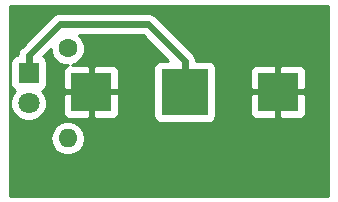
<source format=gbr>
G04 #@! TF.GenerationSoftware,KiCad,Pcbnew,(5.0.0)*
G04 #@! TF.CreationDate,2018-08-09T23:53:02+02:00*
G04 #@! TF.ProjectId,Initial,496E697469616C2E6B696361645F7063,rev?*
G04 #@! TF.SameCoordinates,Original*
G04 #@! TF.FileFunction,Copper,L2,Bot,Signal*
G04 #@! TF.FilePolarity,Positive*
%FSLAX46Y46*%
G04 Gerber Fmt 4.6, Leading zero omitted, Abs format (unit mm)*
G04 Created by KiCad (PCBNEW (5.0.0)) date 08/09/18 23:53:02*
%MOMM*%
%LPD*%
G01*
G04 APERTURE LIST*
G04 #@! TA.AperFunction,SMDPad,CuDef*
%ADD10R,3.500000X3.300000*%
G04 #@! TD*
G04 #@! TA.AperFunction,SMDPad,CuDef*
%ADD11R,4.000000X4.000000*%
G04 #@! TD*
G04 #@! TA.AperFunction,ComponentPad*
%ADD12C,1.800000*%
G04 #@! TD*
G04 #@! TA.AperFunction,ComponentPad*
%ADD13R,1.800000X1.800000*%
G04 #@! TD*
G04 #@! TA.AperFunction,ComponentPad*
%ADD14O,1.600000X1.600000*%
G04 #@! TD*
G04 #@! TA.AperFunction,ComponentPad*
%ADD15C,1.600000*%
G04 #@! TD*
G04 #@! TA.AperFunction,ViaPad*
%ADD16C,0.685800*%
G04 #@! TD*
G04 #@! TA.AperFunction,Conductor*
%ADD17C,0.609600*%
G04 #@! TD*
G04 #@! TA.AperFunction,Conductor*
%ADD18C,0.254000*%
G04 #@! TD*
G04 APERTURE END LIST*
D10*
G04 #@! TO.P,BT1,1*
G04 #@! TO.N,Net-(BT1-Pad1)*
X123989500Y-42545000D03*
X139789500Y-42545000D03*
D11*
G04 #@! TO.P,BT1,2*
G04 #@! TO.N,Net-(BT1-Pad2)*
X131889500Y-42545000D03*
G04 #@! TD*
D12*
G04 #@! TO.P,D1,2*
G04 #@! TO.N,Net-(D1-Pad2)*
X118681500Y-43497500D03*
D13*
G04 #@! TO.P,D1,1*
G04 #@! TO.N,Net-(BT1-Pad2)*
X118681500Y-40957500D03*
G04 #@! TD*
D14*
G04 #@! TO.P,R1,2*
G04 #@! TO.N,Net-(D1-Pad2)*
X121983500Y-46482000D03*
D15*
G04 #@! TO.P,R1,1*
G04 #@! TO.N,Net-(R1-Pad1)*
X121983500Y-38862000D03*
G04 #@! TD*
D16*
G04 #@! TO.N,Net-(BT1-Pad1)*
X138176000Y-39116000D03*
X125984000Y-39116000D03*
G04 #@! TD*
D17*
G04 #@! TO.N,Net-(BT1-Pad2)*
X131889500Y-39935400D02*
X128784100Y-36830000D01*
X131889500Y-42545000D02*
X131889500Y-39935400D01*
X118681500Y-39447900D02*
X118681500Y-40957500D01*
X121299400Y-36830000D02*
X118681500Y-39447900D01*
X128784100Y-36830000D02*
X121299400Y-36830000D01*
G04 #@! TD*
D18*
G04 #@! TO.N,Net-(BT1-Pad1)*
G36*
X144045001Y-51335000D02*
X117067000Y-51335000D01*
X117067000Y-46482000D01*
X120520387Y-46482000D01*
X120631760Y-47041909D01*
X120948923Y-47516577D01*
X121423591Y-47833740D01*
X121842167Y-47917000D01*
X122124833Y-47917000D01*
X122543409Y-47833740D01*
X123018077Y-47516577D01*
X123335240Y-47041909D01*
X123446613Y-46482000D01*
X123335240Y-45922091D01*
X123018077Y-45447423D01*
X122543409Y-45130260D01*
X122124833Y-45047000D01*
X121842167Y-45047000D01*
X121423591Y-45130260D01*
X120948923Y-45447423D01*
X120631760Y-45922091D01*
X120520387Y-46482000D01*
X117067000Y-46482000D01*
X117067000Y-40057500D01*
X117134060Y-40057500D01*
X117134060Y-41857500D01*
X117183343Y-42105265D01*
X117323691Y-42315309D01*
X117533735Y-42455657D01*
X117549408Y-42458775D01*
X117380190Y-42627993D01*
X117146500Y-43192170D01*
X117146500Y-43802830D01*
X117380190Y-44367007D01*
X117811993Y-44798810D01*
X118376170Y-45032500D01*
X118986830Y-45032500D01*
X119551007Y-44798810D01*
X119982810Y-44367007D01*
X120216500Y-43802830D01*
X120216500Y-43192170D01*
X120066795Y-42830750D01*
X121604500Y-42830750D01*
X121604500Y-44321310D01*
X121701173Y-44554699D01*
X121879802Y-44733327D01*
X122113191Y-44830000D01*
X123703750Y-44830000D01*
X123862500Y-44671250D01*
X123862500Y-42672000D01*
X124116500Y-42672000D01*
X124116500Y-44671250D01*
X124275250Y-44830000D01*
X125865809Y-44830000D01*
X126099198Y-44733327D01*
X126277827Y-44554699D01*
X126374500Y-44321310D01*
X126374500Y-42830750D01*
X126215750Y-42672000D01*
X124116500Y-42672000D01*
X123862500Y-42672000D01*
X121763250Y-42672000D01*
X121604500Y-42830750D01*
X120066795Y-42830750D01*
X119982810Y-42627993D01*
X119813592Y-42458775D01*
X119829265Y-42455657D01*
X120039309Y-42315309D01*
X120179657Y-42105265D01*
X120228940Y-41857500D01*
X120228940Y-40057500D01*
X120179657Y-39809735D01*
X120039309Y-39599691D01*
X119931094Y-39527383D01*
X120548500Y-38909977D01*
X120548500Y-39147439D01*
X120766966Y-39674862D01*
X121170638Y-40078534D01*
X121698061Y-40297000D01*
X122023865Y-40297000D01*
X121879802Y-40356673D01*
X121701173Y-40535301D01*
X121604500Y-40768690D01*
X121604500Y-42259250D01*
X121763250Y-42418000D01*
X123862500Y-42418000D01*
X123862500Y-40418750D01*
X124116500Y-40418750D01*
X124116500Y-42418000D01*
X126215750Y-42418000D01*
X126374500Y-42259250D01*
X126374500Y-40768690D01*
X126277827Y-40535301D01*
X126099198Y-40356673D01*
X125865809Y-40260000D01*
X124275250Y-40260000D01*
X124116500Y-40418750D01*
X123862500Y-40418750D01*
X123703750Y-40260000D01*
X122358265Y-40260000D01*
X122796362Y-40078534D01*
X123200034Y-39674862D01*
X123418500Y-39147439D01*
X123418500Y-38576561D01*
X123200034Y-38049138D01*
X122920696Y-37769800D01*
X128394823Y-37769800D01*
X130522582Y-39897560D01*
X129889500Y-39897560D01*
X129641735Y-39946843D01*
X129431691Y-40087191D01*
X129291343Y-40297235D01*
X129242060Y-40545000D01*
X129242060Y-44545000D01*
X129291343Y-44792765D01*
X129431691Y-45002809D01*
X129641735Y-45143157D01*
X129889500Y-45192440D01*
X133889500Y-45192440D01*
X134137265Y-45143157D01*
X134347309Y-45002809D01*
X134487657Y-44792765D01*
X134536940Y-44545000D01*
X134536940Y-42830750D01*
X137404500Y-42830750D01*
X137404500Y-44321310D01*
X137501173Y-44554699D01*
X137679802Y-44733327D01*
X137913191Y-44830000D01*
X139503750Y-44830000D01*
X139662500Y-44671250D01*
X139662500Y-42672000D01*
X139916500Y-42672000D01*
X139916500Y-44671250D01*
X140075250Y-44830000D01*
X141665809Y-44830000D01*
X141899198Y-44733327D01*
X142077827Y-44554699D01*
X142174500Y-44321310D01*
X142174500Y-42830750D01*
X142015750Y-42672000D01*
X139916500Y-42672000D01*
X139662500Y-42672000D01*
X137563250Y-42672000D01*
X137404500Y-42830750D01*
X134536940Y-42830750D01*
X134536940Y-40768690D01*
X137404500Y-40768690D01*
X137404500Y-42259250D01*
X137563250Y-42418000D01*
X139662500Y-42418000D01*
X139662500Y-40418750D01*
X139916500Y-40418750D01*
X139916500Y-42418000D01*
X142015750Y-42418000D01*
X142174500Y-42259250D01*
X142174500Y-40768690D01*
X142077827Y-40535301D01*
X141899198Y-40356673D01*
X141665809Y-40260000D01*
X140075250Y-40260000D01*
X139916500Y-40418750D01*
X139662500Y-40418750D01*
X139503750Y-40260000D01*
X137913191Y-40260000D01*
X137679802Y-40356673D01*
X137501173Y-40535301D01*
X137404500Y-40768690D01*
X134536940Y-40768690D01*
X134536940Y-40545000D01*
X134487657Y-40297235D01*
X134347309Y-40087191D01*
X134137265Y-39946843D01*
X133889500Y-39897560D01*
X132840183Y-39897560D01*
X132829300Y-39842846D01*
X132829300Y-39842841D01*
X132774772Y-39568709D01*
X132668766Y-39410060D01*
X132619488Y-39336310D01*
X132619486Y-39336308D01*
X132567057Y-39257843D01*
X132488592Y-39205414D01*
X129514088Y-36230911D01*
X129461657Y-36152443D01*
X129150791Y-35944728D01*
X128876659Y-35890200D01*
X128876654Y-35890200D01*
X128784100Y-35871790D01*
X128691546Y-35890200D01*
X121391954Y-35890200D01*
X121299400Y-35871790D01*
X121206846Y-35890200D01*
X121206841Y-35890200D01*
X120932709Y-35944728D01*
X120932707Y-35944729D01*
X120932708Y-35944729D01*
X120700310Y-36100012D01*
X120700308Y-36100014D01*
X120621843Y-36152443D01*
X120569414Y-36230908D01*
X118082411Y-38717912D01*
X118003943Y-38770343D01*
X117951513Y-38848810D01*
X117951512Y-38848811D01*
X117865733Y-38977189D01*
X117796228Y-39081210D01*
X117741700Y-39355342D01*
X117741700Y-39355346D01*
X117728729Y-39420557D01*
X117533735Y-39459343D01*
X117323691Y-39599691D01*
X117183343Y-39809735D01*
X117134060Y-40057500D01*
X117067000Y-40057500D01*
X117067000Y-35279000D01*
X144045000Y-35279000D01*
X144045001Y-51335000D01*
X144045001Y-51335000D01*
G37*
X144045001Y-51335000D02*
X117067000Y-51335000D01*
X117067000Y-46482000D01*
X120520387Y-46482000D01*
X120631760Y-47041909D01*
X120948923Y-47516577D01*
X121423591Y-47833740D01*
X121842167Y-47917000D01*
X122124833Y-47917000D01*
X122543409Y-47833740D01*
X123018077Y-47516577D01*
X123335240Y-47041909D01*
X123446613Y-46482000D01*
X123335240Y-45922091D01*
X123018077Y-45447423D01*
X122543409Y-45130260D01*
X122124833Y-45047000D01*
X121842167Y-45047000D01*
X121423591Y-45130260D01*
X120948923Y-45447423D01*
X120631760Y-45922091D01*
X120520387Y-46482000D01*
X117067000Y-46482000D01*
X117067000Y-40057500D01*
X117134060Y-40057500D01*
X117134060Y-41857500D01*
X117183343Y-42105265D01*
X117323691Y-42315309D01*
X117533735Y-42455657D01*
X117549408Y-42458775D01*
X117380190Y-42627993D01*
X117146500Y-43192170D01*
X117146500Y-43802830D01*
X117380190Y-44367007D01*
X117811993Y-44798810D01*
X118376170Y-45032500D01*
X118986830Y-45032500D01*
X119551007Y-44798810D01*
X119982810Y-44367007D01*
X120216500Y-43802830D01*
X120216500Y-43192170D01*
X120066795Y-42830750D01*
X121604500Y-42830750D01*
X121604500Y-44321310D01*
X121701173Y-44554699D01*
X121879802Y-44733327D01*
X122113191Y-44830000D01*
X123703750Y-44830000D01*
X123862500Y-44671250D01*
X123862500Y-42672000D01*
X124116500Y-42672000D01*
X124116500Y-44671250D01*
X124275250Y-44830000D01*
X125865809Y-44830000D01*
X126099198Y-44733327D01*
X126277827Y-44554699D01*
X126374500Y-44321310D01*
X126374500Y-42830750D01*
X126215750Y-42672000D01*
X124116500Y-42672000D01*
X123862500Y-42672000D01*
X121763250Y-42672000D01*
X121604500Y-42830750D01*
X120066795Y-42830750D01*
X119982810Y-42627993D01*
X119813592Y-42458775D01*
X119829265Y-42455657D01*
X120039309Y-42315309D01*
X120179657Y-42105265D01*
X120228940Y-41857500D01*
X120228940Y-40057500D01*
X120179657Y-39809735D01*
X120039309Y-39599691D01*
X119931094Y-39527383D01*
X120548500Y-38909977D01*
X120548500Y-39147439D01*
X120766966Y-39674862D01*
X121170638Y-40078534D01*
X121698061Y-40297000D01*
X122023865Y-40297000D01*
X121879802Y-40356673D01*
X121701173Y-40535301D01*
X121604500Y-40768690D01*
X121604500Y-42259250D01*
X121763250Y-42418000D01*
X123862500Y-42418000D01*
X123862500Y-40418750D01*
X124116500Y-40418750D01*
X124116500Y-42418000D01*
X126215750Y-42418000D01*
X126374500Y-42259250D01*
X126374500Y-40768690D01*
X126277827Y-40535301D01*
X126099198Y-40356673D01*
X125865809Y-40260000D01*
X124275250Y-40260000D01*
X124116500Y-40418750D01*
X123862500Y-40418750D01*
X123703750Y-40260000D01*
X122358265Y-40260000D01*
X122796362Y-40078534D01*
X123200034Y-39674862D01*
X123418500Y-39147439D01*
X123418500Y-38576561D01*
X123200034Y-38049138D01*
X122920696Y-37769800D01*
X128394823Y-37769800D01*
X130522582Y-39897560D01*
X129889500Y-39897560D01*
X129641735Y-39946843D01*
X129431691Y-40087191D01*
X129291343Y-40297235D01*
X129242060Y-40545000D01*
X129242060Y-44545000D01*
X129291343Y-44792765D01*
X129431691Y-45002809D01*
X129641735Y-45143157D01*
X129889500Y-45192440D01*
X133889500Y-45192440D01*
X134137265Y-45143157D01*
X134347309Y-45002809D01*
X134487657Y-44792765D01*
X134536940Y-44545000D01*
X134536940Y-42830750D01*
X137404500Y-42830750D01*
X137404500Y-44321310D01*
X137501173Y-44554699D01*
X137679802Y-44733327D01*
X137913191Y-44830000D01*
X139503750Y-44830000D01*
X139662500Y-44671250D01*
X139662500Y-42672000D01*
X139916500Y-42672000D01*
X139916500Y-44671250D01*
X140075250Y-44830000D01*
X141665809Y-44830000D01*
X141899198Y-44733327D01*
X142077827Y-44554699D01*
X142174500Y-44321310D01*
X142174500Y-42830750D01*
X142015750Y-42672000D01*
X139916500Y-42672000D01*
X139662500Y-42672000D01*
X137563250Y-42672000D01*
X137404500Y-42830750D01*
X134536940Y-42830750D01*
X134536940Y-40768690D01*
X137404500Y-40768690D01*
X137404500Y-42259250D01*
X137563250Y-42418000D01*
X139662500Y-42418000D01*
X139662500Y-40418750D01*
X139916500Y-40418750D01*
X139916500Y-42418000D01*
X142015750Y-42418000D01*
X142174500Y-42259250D01*
X142174500Y-40768690D01*
X142077827Y-40535301D01*
X141899198Y-40356673D01*
X141665809Y-40260000D01*
X140075250Y-40260000D01*
X139916500Y-40418750D01*
X139662500Y-40418750D01*
X139503750Y-40260000D01*
X137913191Y-40260000D01*
X137679802Y-40356673D01*
X137501173Y-40535301D01*
X137404500Y-40768690D01*
X134536940Y-40768690D01*
X134536940Y-40545000D01*
X134487657Y-40297235D01*
X134347309Y-40087191D01*
X134137265Y-39946843D01*
X133889500Y-39897560D01*
X132840183Y-39897560D01*
X132829300Y-39842846D01*
X132829300Y-39842841D01*
X132774772Y-39568709D01*
X132668766Y-39410060D01*
X132619488Y-39336310D01*
X132619486Y-39336308D01*
X132567057Y-39257843D01*
X132488592Y-39205414D01*
X129514088Y-36230911D01*
X129461657Y-36152443D01*
X129150791Y-35944728D01*
X128876659Y-35890200D01*
X128876654Y-35890200D01*
X128784100Y-35871790D01*
X128691546Y-35890200D01*
X121391954Y-35890200D01*
X121299400Y-35871790D01*
X121206846Y-35890200D01*
X121206841Y-35890200D01*
X120932709Y-35944728D01*
X120932707Y-35944729D01*
X120932708Y-35944729D01*
X120700310Y-36100012D01*
X120700308Y-36100014D01*
X120621843Y-36152443D01*
X120569414Y-36230908D01*
X118082411Y-38717912D01*
X118003943Y-38770343D01*
X117951513Y-38848810D01*
X117951512Y-38848811D01*
X117865733Y-38977189D01*
X117796228Y-39081210D01*
X117741700Y-39355342D01*
X117741700Y-39355346D01*
X117728729Y-39420557D01*
X117533735Y-39459343D01*
X117323691Y-39599691D01*
X117183343Y-39809735D01*
X117134060Y-40057500D01*
X117067000Y-40057500D01*
X117067000Y-35279000D01*
X144045000Y-35279000D01*
X144045001Y-51335000D01*
G04 #@! TD*
M02*

</source>
